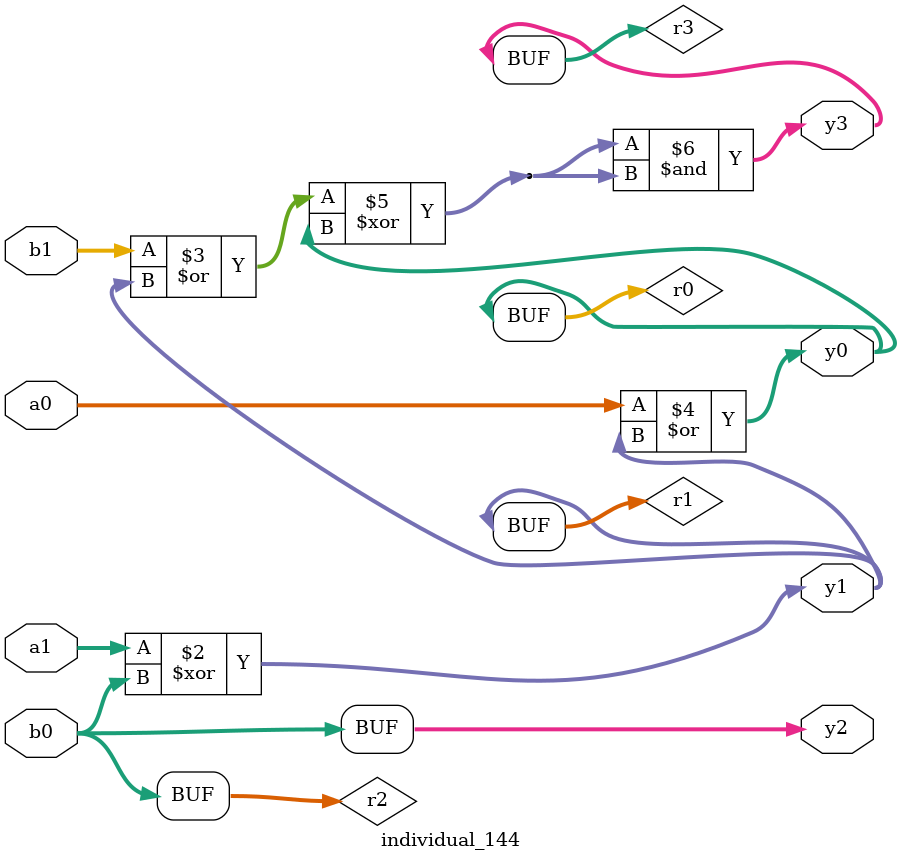
<source format=sv>
module individual_144(input logic [15:0] a1, input logic [15:0] a0, input logic [15:0] b1, input logic [15:0] b0, output logic [15:0] y3, output logic [15:0] y2, output logic [15:0] y1, output logic [15:0] y0);
logic [15:0] r0, r1, r2, r3; 
 always@(*) begin 
	 r0 = a0; r1 = a1; r2 = b0; r3 = b1; 
 	 r1  ^=  b0 ;
 	 r3  |=  r1 ;
 	 r0  |=  r1 ;
 	 r3  ^=  r0 ;
 	 r3  &=  r3 ;
 	 y3 = r3; y2 = r2; y1 = r1; y0 = r0; 
end
endmodule
</source>
